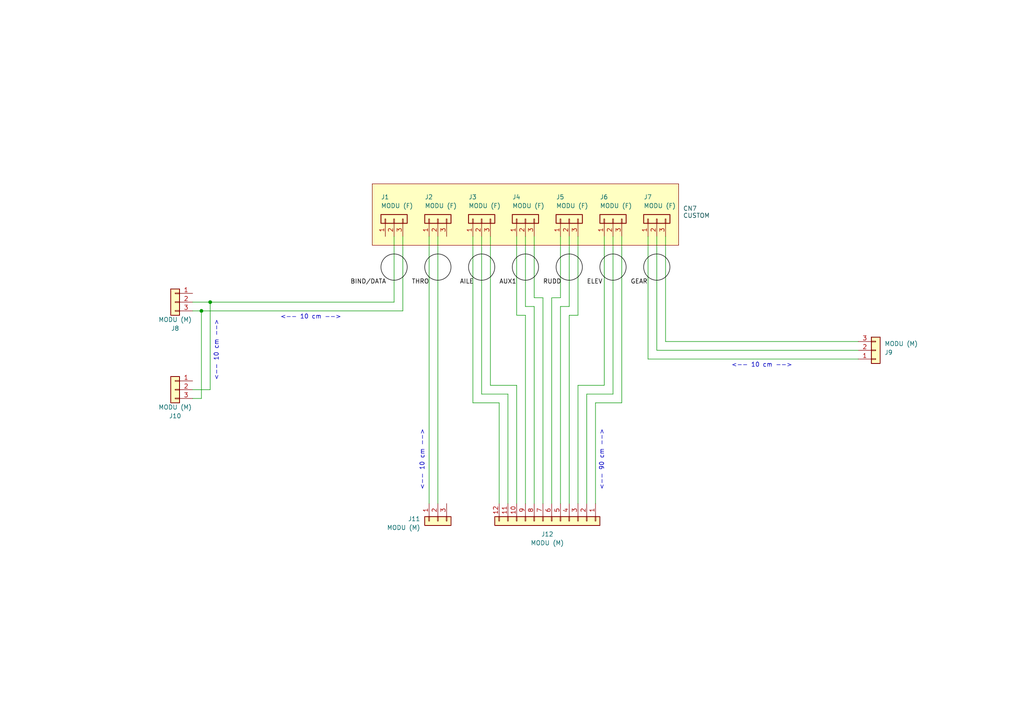
<source format=kicad_sch>
(kicad_sch (version 20230409) (generator eeschema)
  (paper "A4")
  (title_block (title "Electrical Diagram - EcoMaua 2024 - Carbonasso") (date "2024-07-11") (rev "V1.0.0") (company "Instituto Mauá de Tecnologia"))
  (lib_symbols
    (symbol "Connector_Generic:Conn_01x03" (pin_names (offset 1.016) hide)
      (property "Reference" "J" (at 0 5.08 0))
      (property "Value" "Conn_01x03" (at 0 -5.08 0))
      (symbol "Conn_01x03_1_1"
        (rectangle (start -1.27 -2.413) (end 0 -2.667) (stroke (width 0.1524)))
        (rectangle (start -1.27 0.127) (end 0 -0.127) (stroke (width 0.1524)))
        (rectangle (start -1.27 2.667) (end 0 2.413) (stroke (width 0.1524)))
        (rectangle (start -1.27 3.81) (end 1.27 -3.81) (stroke (width 0.254)) (fill (type background)))
        (pin passive line (at -5.08 2.54 0) (length 3.81) (name "Pin_1") (number "1"))
        (pin passive line (at -5.08 0 0) (length 3.81) (name "Pin_2") (number "2"))
        (pin passive line (at -5.08 -2.54 0) (length 3.81) (name "Pin_3") (number "3"))
      )
    )
    (symbol "Connector_Generic:Conn_01x12" (pin_names (offset 1.016) hide)
      (property "Reference" "J" (at 0 15.24 0))
      (property "Value" "Conn_01x12" (at 0 -17.78 0))
      (symbol "Conn_01x12_1_1"
        (rectangle (start -1.27 -15.113) (end 0 -15.367) (stroke (width 0.1524)))
        (rectangle (start -1.27 -12.573) (end 0 -12.827) (stroke (width 0.1524)))
        (rectangle (start -1.27 -10.033) (end 0 -10.287) (stroke (width 0.1524)))
        (rectangle (start -1.27 -7.493) (end 0 -7.747) (stroke (width 0.1524)))
        (rectangle (start -1.27 -4.953) (end 0 -5.207) (stroke (width 0.1524)))
        (rectangle (start -1.27 -2.413) (end 0 -2.667) (stroke (width 0.1524)))
        (rectangle (start -1.27 0.127) (end 0 -0.127) (stroke (width 0.1524)))
        (rectangle (start -1.27 2.667) (end 0 2.413) (stroke (width 0.1524)))
        (rectangle (start -1.27 5.207) (end 0 4.953) (stroke (width 0.1524)))
        (rectangle (start -1.27 7.747) (end 0 7.493) (stroke (width 0.1524)))
        (rectangle (start -1.27 10.287) (end 0 10.033) (stroke (width 0.1524)))
        (rectangle (start -1.27 12.827) (end 0 12.573) (stroke (width 0.1524)))
        (rectangle (start -1.27 13.97) (end 1.27 -16.51) (stroke (width 0.254)) (fill (type background)))
        (pin passive line (at -5.08 12.7 0) (length 3.81) (name "Pin_1") (number "1"))
        (pin passive line (at -5.08 -10.16 0) (length 3.81) (name "Pin_10") (number "10"))
        (pin passive line (at -5.08 -12.7 0) (length 3.81) (name "Pin_11") (number "11"))
        (pin passive line (at -5.08 -15.24 0) (length 3.81) (name "Pin_12") (number "12"))
        (pin passive line (at -5.08 10.16 0) (length 3.81) (name "Pin_2") (number "2"))
        (pin passive line (at -5.08 7.62 0) (length 3.81) (name "Pin_3") (number "3"))
        (pin passive line (at -5.08 5.08 0) (length 3.81) (name "Pin_4") (number "4"))
        (pin passive line (at -5.08 2.54 0) (length 3.81) (name "Pin_5") (number "5"))
        (pin passive line (at -5.08 0 0) (length 3.81) (name "Pin_6") (number "6"))
        (pin passive line (at -5.08 -2.54 0) (length 3.81) (name "Pin_7") (number "7"))
        (pin passive line (at -5.08 -5.08 0) (length 3.81) (name "Pin_8") (number "8"))
        (pin passive line (at -5.08 -7.62 0) (length 3.81) (name "Pin_9") (number "9"))
      )
    )
  )
  (junction (at 60.96 87.63))
  (junction (at 58.42 90.17))
  (wire (pts (xy 154.94 68.58) (xy 154.94 86.36)))
  (wire (pts (xy 172.72 116.84) (xy 180.34 116.84)))
  (wire (pts (xy 60.96 87.63) (xy 114.3 87.63)))
  (wire (pts (xy 55.88 87.63) (xy 60.96 87.63)))
  (wire (pts (xy 162.56 146.05) (xy 162.56 88.9)))
  (wire (pts (xy 167.64 68.58) (xy 167.64 91.44)))
  (wire (pts (xy 124.46 68.58) (xy 124.46 146.05)))
  (wire (pts (xy 248.92 99.06) (xy 193.04 99.06)))
  (wire (pts (xy 149.86 111.76) (xy 149.86 146.05)))
  (wire (pts (xy 177.8 114.3) (xy 170.18 114.3)))
  (wire (pts (xy 142.24 68.58) (xy 142.24 111.76)))
  (wire (pts (xy 139.7 114.3) (xy 139.7 68.58)))
  (wire (pts (xy 116.84 90.17) (xy 58.42 90.17)))
  (wire (pts (xy 162.56 68.58) (xy 162.56 86.36)))
  (wire (pts (xy 152.4 146.05) (xy 152.4 91.44)))
  (wire (pts (xy 137.16 68.58) (xy 137.16 116.84)))
  (wire (pts (xy 172.72 116.84) (xy 172.72 146.05)))
  (wire (pts (xy 147.32 114.3) (xy 139.7 114.3)))
  (wire (pts (xy 167.64 111.76) (xy 167.64 146.05)))
  (wire (pts (xy 187.96 104.14) (xy 187.96 68.58)))
  (wire (pts (xy 137.16 116.84) (xy 144.78 116.84)))
  (wire (pts (xy 160.02 86.36) (xy 160.02 146.05)))
  (wire (pts (xy 154.94 86.36) (xy 157.48 86.36)))
  (wire (pts (xy 170.18 114.3) (xy 170.18 146.05)))
  (wire (pts (xy 114.3 68.58) (xy 114.3 87.63)))
  (wire (pts (xy 154.94 88.9) (xy 154.94 146.05)))
  (wire (pts (xy 60.96 113.03) (xy 55.88 113.03)))
  (wire (pts (xy 127 68.58) (xy 127 146.05)))
  (wire (pts (xy 165.1 91.44) (xy 165.1 146.05)))
  (wire (pts (xy 152.4 91.44) (xy 149.86 91.44)))
  (wire (pts (xy 152.4 68.58) (xy 152.4 88.9)))
  (wire (pts (xy 157.48 86.36) (xy 157.48 146.05)))
  (wire (pts (xy 144.78 116.84) (xy 144.78 146.05)))
  (wire (pts (xy 116.84 68.58) (xy 116.84 90.17)))
  (wire (pts (xy 193.04 99.06) (xy 193.04 68.58)))
  (wire (pts (xy 167.64 91.44) (xy 165.1 91.44)))
  (wire (pts (xy 177.8 68.58) (xy 177.8 114.3)))
  (wire (pts (xy 55.88 90.17) (xy 58.42 90.17)))
  (wire (pts (xy 162.56 88.9) (xy 165.1 88.9)))
  (wire (pts (xy 160.02 86.36) (xy 162.56 86.36)))
  (wire (pts (xy 180.34 116.84) (xy 180.34 68.58)))
  (wire (pts (xy 58.42 90.17) (xy 58.42 115.57)))
  (wire (pts (xy 165.1 68.58) (xy 165.1 88.9)))
  (wire (pts (xy 167.64 111.76) (xy 175.26 111.76)))
  (wire (pts (xy 60.96 87.63) (xy 60.96 113.03)))
  (wire (pts (xy 190.5 101.6) (xy 248.92 101.6)))
  (wire (pts (xy 142.24 111.76) (xy 149.86 111.76)))
  (wire (pts (xy 190.5 68.58) (xy 190.5 101.6)))
  (wire (pts (xy 149.86 91.44) (xy 149.86 68.58)))
  (wire (pts (xy 58.42 115.57) (xy 55.88 115.57)))
  (wire (pts (xy 147.32 114.3) (xy 147.32 146.05)))
  (wire (pts (xy 248.92 104.14) (xy 187.96 104.14)))
  (wire (pts (xy 152.4 88.9) (xy 154.94 88.9)))
  (wire (pts (xy 175.26 111.76) (xy 175.26 68.58)))
  (circle (center 114.3 77.47) (radius 3.81) (stroke (width 0) (color 0 0 0 1)))
  (rectangle (start 107.95 53.34) (end 196.85 71.12) (stroke (width 0) (color 132 0 0 1)) (fill (type color) (color 255 255 194 1)))
  (circle (center 139.7 77.47) (radius 3.81) (stroke (width 0) (color 0 0 0 1)))
  (circle (center 127 77.47) (radius 3.81) (stroke (width 0) (color 0 0 0 1)))
  (circle (center 152.4 77.47) (radius 3.81) (stroke (width 0) (color 0 0 0 1)))
  (circle (center 165.1 77.47) (radius 3.81) (stroke (width 0) (color 0 0 0 1)))
  (circle (center 177.8 77.47) (radius 3.81) (stroke (width 0) (color 0 0 0 1)))
  (circle (center 190.5 77.47) (radius 3.81) (stroke (width 0) (color 0 0 0 1)))
  (text "ELEV" (at 170.18 82.55 0) (effects (font (size 1.27 1.27)) (justify left bottom)))
  (text "RUDD" (at 157.48 82.55 0) (effects (font (size 1.27 1.27)) (justify left bottom)))
  (text "<-- 10 cm -->" (at 63.5 110.49 90) (effects (font (size 1.27 1.27)) (justify left bottom)))
  (text "<-- 10 cm -->" (at 212.09 106.68 0) (effects (font (size 1.27 1.27)) (justify left bottom)))
  (text "GEAR" (at 182.88 82.55 0) (effects (font (size 1.27 1.27)) (justify left bottom)))
  (text "BIND/DATA" (at 101.6 82.55 0) (effects (font (size 1.27 1.27)) (justify left bottom)))
  (text "AUX1" (at 144.78 82.55 0) (effects (font (size 1.27 1.27)) (justify left bottom)))
  (text "<-- 10 cm -->" (at 81.28 92.71 0) (effects (font (size 1.27 1.27)) (justify left bottom)))
  (text "<-- 10 cm -->" (at 123.19 142.24 90) (effects (font (size 1.27 1.27)) (justify left bottom)))
  (text "THRO" (at 119.38 82.55 0) (effects (font (size 1.27 1.27)) (justify left bottom)))
  (text "AILE" (at 133.35 82.55 0) (effects (font (size 1.27 1.27)) (justify left bottom)))
  (text "<-- 90 cm -->" (at 175.26 142.24 90) (effects (font (size 1.27 1.27)) (justify left bottom)))
  (text "CN7\nCUSTOM" (at 198.12 63.5 0) (effects (font (size 1.27 1.27)) (justify left bottom)))
  (symbol (lib_id "Connector_Generic:Conn_01x03") (at 254 101.6 0) (mirror x) (unit 1)
    (property "Reference" "J9" (at 256.54 102.235 0) (effects (justify left)))
    (property "Value" "MODU (M)" (at 256.54 99.695 0) (effects (justify left)))
  )
  (symbol (lib_id "Connector_Generic:Conn_01x03") (at 127 151.13 90) (mirror x) (unit 1)
    (property "Reference" "J11" (at 121.92 150.495 90) (effects (justify left)))
    (property "Value" "MODU (M)" (at 121.92 153.035 90) (effects (justify left)))
  )
  (symbol (lib_id "Connector_Generic:Conn_01x03") (at 139.7 63.5 90) (unit 1)
    (property "Reference" "J3" (at 135.89 57.15 90) (effects (justify right)))
    (property "Value" "MODU (F)" (at 135.89 59.69 90) (effects (justify right)))
  )
  (symbol (lib_id "Connector_Generic:Conn_01x03") (at 177.8 63.5 90) (unit 1)
    (property "Reference" "J6" (at 173.99 57.15 90) (effects (justify right)))
    (property "Value" "MODU (F)" (at 173.99 59.69 90) (effects (justify right)))
  )
  (symbol (lib_id "Connector_Generic:Conn_01x03") (at 152.4 63.5 90) (unit 1)
    (property "Reference" "J4" (at 148.59 57.15 90) (effects (justify right)))
    (property "Value" "MODU (F)" (at 148.59 59.69 90) (effects (justify right)))
  )
  (symbol (lib_id "Connector_Generic:Conn_01x03") (at 114.3 63.5 90) (unit 1)
    (property "Reference" "J1" (at 110.49 57.15 90) (effects (justify right)))
    (property "Value" "MODU (F)" (at 110.49 59.69 90) (effects (justify right)))
  )
  (symbol (lib_id "Connector_Generic:Conn_01x03") (at 50.8 113.03 0) (mirror y) (unit 1)
    (property "Reference" "J10" (at 50.8 120.65 0))
    (property "Value" "MODU (M)" (at 50.8 118.11 0))
  )
  (symbol (lib_id "Connector_Generic:Conn_01x03") (at 165.1 63.5 90) (unit 1)
    (property "Reference" "J5" (at 161.29 57.15 90) (effects (justify right)))
    (property "Value" "MODU (F)" (at 161.29 59.69 90) (effects (justify right)))
  )
  (symbol (lib_id "Connector_Generic:Conn_01x03") (at 50.8 87.63 0) (mirror y) (unit 1)
    (property "Reference" "J8" (at 50.8 95.25 0))
    (property "Value" "MODU (M)" (at 50.8 92.71 0))
  )
  (symbol (lib_id "Connector_Generic:Conn_01x03") (at 127 63.5 90) (unit 1)
    (property "Reference" "J2" (at 123.19 57.15 90) (effects (justify right)))
    (property "Value" "MODU (F)" (at 123.19 59.69 90) (effects (justify right)))
  )
  (symbol (lib_id "Connector_Generic:Conn_01x03") (at 190.5 63.5 90) (unit 1)
    (property "Reference" "J7" (at 186.69 57.15 90) (effects (justify right)))
    (property "Value" "MODU (F)" (at 186.69 59.69 90) (effects (justify right)))
  )
  (symbol (lib_id "Connector_Generic:Conn_01x12") (at 160.02 151.13 270) (unit 1)
    (property "Reference" "J12" (at 158.75 154.94 90))
    (property "Value" "MODU (M)" (at 158.75 157.48 90))
  )
)
</source>
